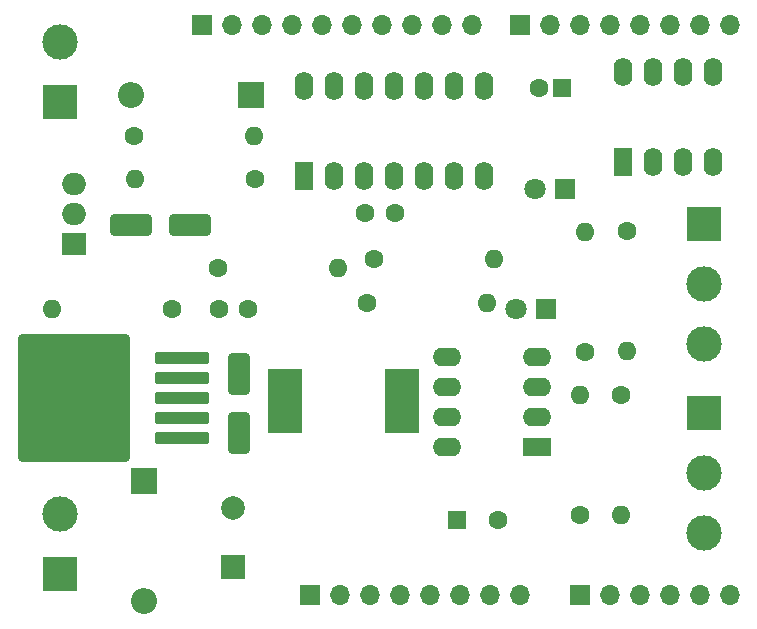
<source format=gts>
G04 #@! TF.GenerationSoftware,KiCad,Pcbnew,8.0.1*
G04 #@! TF.CreationDate,2024-03-22T11:37:50+04:00*
G04 #@! TF.ProjectId,BSPD_Nucleo_Shield,42535044-5f4e-4756-936c-656f5f536869,1.0*
G04 #@! TF.SameCoordinates,Original*
G04 #@! TF.FileFunction,Soldermask,Top*
G04 #@! TF.FilePolarity,Negative*
%FSLAX46Y46*%
G04 Gerber Fmt 4.6, Leading zero omitted, Abs format (unit mm)*
G04 Created by KiCad (PCBNEW 8.0.1) date 2024-03-22 11:37:50*
%MOMM*%
%LPD*%
G01*
G04 APERTURE LIST*
G04 Aperture macros list*
%AMRoundRect*
0 Rectangle with rounded corners*
0 $1 Rounding radius*
0 $2 $3 $4 $5 $6 $7 $8 $9 X,Y pos of 4 corners*
0 Add a 4 corners polygon primitive as box body*
4,1,4,$2,$3,$4,$5,$6,$7,$8,$9,$2,$3,0*
0 Add four circle primitives for the rounded corners*
1,1,$1+$1,$2,$3*
1,1,$1+$1,$4,$5*
1,1,$1+$1,$6,$7*
1,1,$1+$1,$8,$9*
0 Add four rect primitives between the rounded corners*
20,1,$1+$1,$2,$3,$4,$5,0*
20,1,$1+$1,$4,$5,$6,$7,0*
20,1,$1+$1,$6,$7,$8,$9,0*
20,1,$1+$1,$8,$9,$2,$3,0*%
G04 Aperture macros list end*
%ADD10RoundRect,0.250000X2.050000X0.300000X-2.050000X0.300000X-2.050000X-0.300000X2.050000X-0.300000X0*%
%ADD11RoundRect,0.250002X4.449998X5.149998X-4.449998X5.149998X-4.449998X-5.149998X4.449998X-5.149998X0*%
%ADD12R,1.700000X1.700000*%
%ADD13O,1.700000X1.700000*%
%ADD14R,2.900000X5.400000*%
%ADD15R,3.000000X3.000000*%
%ADD16C,3.000000*%
%ADD17RoundRect,0.250000X0.650000X-1.500000X0.650000X1.500000X-0.650000X1.500000X-0.650000X-1.500000X0*%
%ADD18R,2.200000X2.200000*%
%ADD19O,2.200000X2.200000*%
%ADD20C,1.600000*%
%ADD21O,1.600000X1.600000*%
%ADD22R,2.000000X2.000000*%
%ADD23C,2.000000*%
%ADD24R,1.600000X1.600000*%
%ADD25R,2.400000X1.600000*%
%ADD26O,2.400000X1.600000*%
%ADD27R,1.600000X2.400000*%
%ADD28O,1.600000X2.400000*%
%ADD29RoundRect,0.250000X1.500000X0.650000X-1.500000X0.650000X-1.500000X-0.650000X1.500000X-0.650000X0*%
%ADD30R,1.800000X1.800000*%
%ADD31C,1.800000*%
%ADD32R,2.000000X1.905000*%
%ADD33O,2.000000X1.905000*%
G04 APERTURE END LIST*
D10*
X47120000Y-56060000D03*
X47120000Y-54360000D03*
X47120000Y-52660000D03*
D11*
X37970000Y-52660000D03*
D10*
X47120000Y-50960000D03*
X47120000Y-49260000D03*
D12*
X57950000Y-69340000D03*
D13*
X60490000Y-69340000D03*
X63030000Y-69340000D03*
X65570000Y-69340000D03*
X68110000Y-69340000D03*
X70650000Y-69340000D03*
X73190000Y-69340000D03*
X75730000Y-69340000D03*
D12*
X80810000Y-69340000D03*
D13*
X83350000Y-69340000D03*
X85890000Y-69340000D03*
X88430000Y-69340000D03*
X90970000Y-69340000D03*
X93510000Y-69340000D03*
D12*
X75730000Y-21080000D03*
D13*
X78270000Y-21080000D03*
X80810000Y-21080000D03*
X83350000Y-21080000D03*
X85890000Y-21080000D03*
X88430000Y-21080000D03*
X90970000Y-21080000D03*
X93510000Y-21080000D03*
D14*
X55860000Y-52880000D03*
X65760000Y-52880000D03*
D15*
X36810000Y-67550000D03*
D16*
X36810000Y-62470000D03*
D17*
X52000000Y-55600000D03*
X52000000Y-50600000D03*
D18*
X53010000Y-26980000D03*
D19*
X42850000Y-26980000D03*
D20*
X50210000Y-41680000D03*
D21*
X60370000Y-41680000D03*
D20*
X46290000Y-45080000D03*
D21*
X36130000Y-45080000D03*
D20*
X43110000Y-30470000D03*
D21*
X53270000Y-30470000D03*
D22*
X51510000Y-66980000D03*
D23*
X51510000Y-61980000D03*
D24*
X70410000Y-62980000D03*
D20*
X73910000Y-62980000D03*
X62810000Y-44580000D03*
D21*
X72970000Y-44580000D03*
D20*
X84310000Y-52380000D03*
D21*
X84310000Y-62540000D03*
D20*
X81310000Y-48780000D03*
D21*
X81310000Y-38620000D03*
D25*
X77210000Y-56780000D03*
D26*
X77210000Y-54240000D03*
X77210000Y-51700000D03*
X77210000Y-49160000D03*
X69590000Y-49160000D03*
X69590000Y-51700000D03*
X69590000Y-54240000D03*
X69590000Y-56780000D03*
D15*
X91310000Y-37880000D03*
D16*
X91310000Y-42960000D03*
X91310000Y-48040000D03*
D27*
X57455000Y-33855000D03*
D28*
X59995000Y-33855000D03*
X62535000Y-33855000D03*
X65075000Y-33855000D03*
X67615000Y-33855000D03*
X70155000Y-33855000D03*
X72695000Y-33855000D03*
X72695000Y-26235000D03*
X70155000Y-26235000D03*
X67615000Y-26235000D03*
X65075000Y-26235000D03*
X62535000Y-26235000D03*
X59995000Y-26235000D03*
X57455000Y-26235000D03*
D12*
X48806000Y-21080000D03*
D13*
X51346000Y-21080000D03*
X53886000Y-21080000D03*
X56426000Y-21080000D03*
X58966000Y-21080000D03*
X61506000Y-21080000D03*
X64046000Y-21080000D03*
X66586000Y-21080000D03*
X69126000Y-21080000D03*
X71666000Y-21080000D03*
D20*
X50260000Y-45080000D03*
X52760000Y-45080000D03*
D15*
X91310000Y-53960000D03*
D16*
X91310000Y-59040000D03*
X91310000Y-64120000D03*
D15*
X36810000Y-27570000D03*
D16*
X36810000Y-22490000D03*
D29*
X47857500Y-37970000D03*
X42857500Y-37970000D03*
D18*
X43910000Y-59680000D03*
D19*
X43910000Y-69840000D03*
D20*
X63410000Y-40880000D03*
D21*
X73570000Y-40880000D03*
D30*
X79585000Y-34980000D03*
D31*
X77045000Y-34980000D03*
D20*
X80810000Y-62580000D03*
D21*
X80810000Y-52420000D03*
D20*
X65160000Y-36980000D03*
X62660000Y-36980000D03*
D24*
X79345100Y-26430000D03*
D20*
X77345100Y-26430000D03*
D32*
X38010000Y-39580000D03*
D33*
X38010000Y-37040000D03*
X38010000Y-34500000D03*
D27*
X84460000Y-32640000D03*
D28*
X87000000Y-32640000D03*
X89540000Y-32640000D03*
X92080000Y-32640000D03*
X92080000Y-25020000D03*
X89540000Y-25020000D03*
X87000000Y-25020000D03*
X84460000Y-25020000D03*
D30*
X78010000Y-45080000D03*
D31*
X75470000Y-45080000D03*
D20*
X53310000Y-34080000D03*
D21*
X43150000Y-34080000D03*
D20*
X84810000Y-38480000D03*
D21*
X84810000Y-48640000D03*
M02*

</source>
